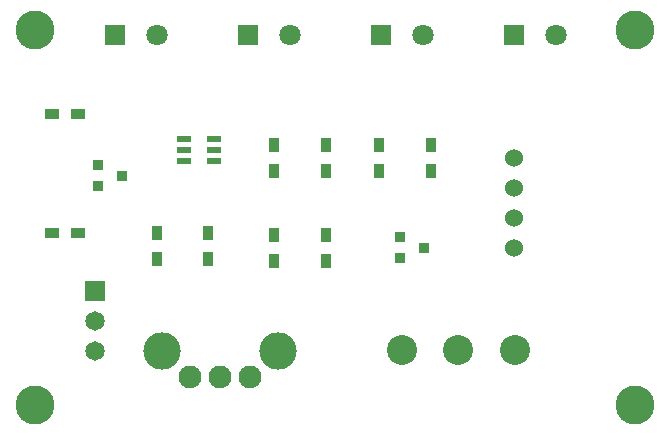
<source format=gts>
G04 #@! TF.FileFunction,Soldermask,Top*
%FSLAX46Y46*%
G04 Gerber Fmt 4.6, Leading zero omitted, Abs format (unit mm)*
G04 Created by KiCad (PCBNEW 4.0.7-e2-6376~58~ubuntu16.04.1) date Fri Aug 31 10:50:21 2018*
%MOMM*%
%LPD*%
G01*
G04 APERTURE LIST*
%ADD10C,0.150000*%
%ADD11C,3.302000*%
%ADD12C,1.930400*%
%ADD13C,3.175000*%
%ADD14R,0.914400X0.914400*%
%ADD15C,2.540000*%
%ADD16R,1.220000X0.620000*%
%ADD17C,1.524000*%
%ADD18R,1.200000X0.900000*%
%ADD19R,0.900000X1.200000*%
%ADD20R,1.651000X1.651000*%
%ADD21C,1.651000*%
%ADD22R,1.800000X1.800000*%
%ADD23C,1.800000*%
G04 APERTURE END LIST*
D10*
D11*
X28575000Y-60325000D03*
D12*
X41696640Y-57912000D03*
X44196000Y-57912000D03*
X46695360Y-57912000D03*
D13*
X39293800Y-55712360D03*
X49098200Y-55712360D03*
D14*
X59436000Y-47879000D03*
X59436000Y-46101000D03*
X61468000Y-46990000D03*
D15*
X59639200Y-55626000D03*
X64389000Y-55626000D03*
X69138800Y-55626000D03*
D16*
X43728000Y-37785000D03*
X43728000Y-38735000D03*
X43728000Y-39685000D03*
X41108000Y-39685000D03*
X41108000Y-38735000D03*
X41108000Y-37785000D03*
D11*
X79375000Y-28575000D03*
X28575000Y-28575000D03*
D17*
X69088000Y-46990000D03*
X69088000Y-44450000D03*
X69088000Y-41910000D03*
X69088000Y-39370000D03*
D18*
X32215000Y-35687000D03*
X30015000Y-35687000D03*
X30015000Y-45720000D03*
X32215000Y-45720000D03*
D19*
X38862000Y-47963000D03*
X38862000Y-45763000D03*
X43180000Y-45763000D03*
X43180000Y-47963000D03*
X48768000Y-38270000D03*
X48768000Y-40470000D03*
X48768000Y-48090000D03*
X48768000Y-45890000D03*
X53213000Y-40470000D03*
X53213000Y-38270000D03*
X57658000Y-38270000D03*
X57658000Y-40470000D03*
X53213000Y-45890000D03*
X53213000Y-48090000D03*
X62103000Y-40470000D03*
X62103000Y-38270000D03*
D11*
X79375000Y-60325000D03*
D14*
X33909000Y-41783000D03*
X33909000Y-40005000D03*
X35941000Y-40894000D03*
D20*
X33655000Y-50673000D03*
D21*
X33655000Y-53213000D03*
X33655000Y-55753000D03*
D22*
X35333940Y-28956000D03*
D23*
X38834060Y-28956000D03*
D22*
X46594640Y-28956000D03*
D23*
X50094760Y-28956000D03*
D22*
X57855240Y-28956000D03*
D23*
X61355360Y-28956000D03*
D22*
X69115940Y-28956000D03*
D23*
X72616060Y-28956000D03*
M02*

</source>
